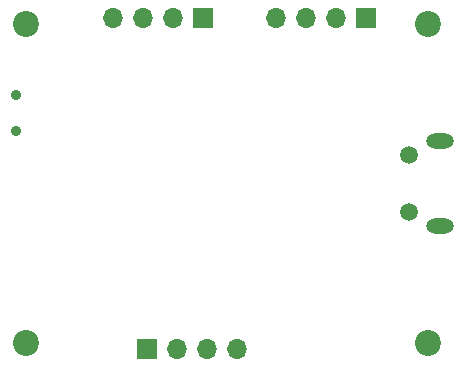
<source format=gbr>
%TF.GenerationSoftware,KiCad,Pcbnew,7.0.9*%
%TF.CreationDate,2024-01-06T18:59:37-08:00*%
%TF.ProjectId,STM32F103C8T6,53544d33-3246-4313-9033-433854362e6b,0.2*%
%TF.SameCoordinates,Original*%
%TF.FileFunction,Soldermask,Bot*%
%TF.FilePolarity,Negative*%
%FSLAX46Y46*%
G04 Gerber Fmt 4.6, Leading zero omitted, Abs format (unit mm)*
G04 Created by KiCad (PCBNEW 7.0.9) date 2024-01-06 18:59:37*
%MOMM*%
%LPD*%
G01*
G04 APERTURE LIST*
%ADD10C,1.504000*%
%ADD11O,2.344000X1.274000*%
%ADD12C,2.200000*%
%ADD13R,1.700000X1.700000*%
%ADD14O,1.700000X1.700000*%
%ADD15C,0.900000*%
G04 APERTURE END LIST*
D10*
%TO.C,J1*%
X123375000Y-85425000D03*
X123375000Y-80575000D03*
D11*
X126025000Y-86600000D03*
X126025000Y-79400000D03*
%TD*%
D12*
%TO.C,H4*%
X125000000Y-96500000D03*
%TD*%
D13*
%TO.C,J3*%
X106000000Y-69000000D03*
D14*
X103460000Y-69000000D03*
X100920000Y-69000000D03*
X98380000Y-69000000D03*
%TD*%
D12*
%TO.C,H2*%
X125000000Y-69500000D03*
%TD*%
D15*
%TO.C,SW1*%
X90170000Y-75500000D03*
X90170000Y-78500000D03*
%TD*%
D12*
%TO.C,H3*%
X91000000Y-96500000D03*
%TD*%
D13*
%TO.C,J2*%
X119800000Y-69000000D03*
D14*
X117260000Y-69000000D03*
X114720000Y-69000000D03*
X112180000Y-69000000D03*
%TD*%
D12*
%TO.C,H1*%
X91000000Y-69500000D03*
%TD*%
D13*
%TO.C,J4*%
X101200000Y-97000000D03*
D14*
X103740000Y-97000000D03*
X106280000Y-97000000D03*
X108820000Y-97000000D03*
%TD*%
M02*

</source>
